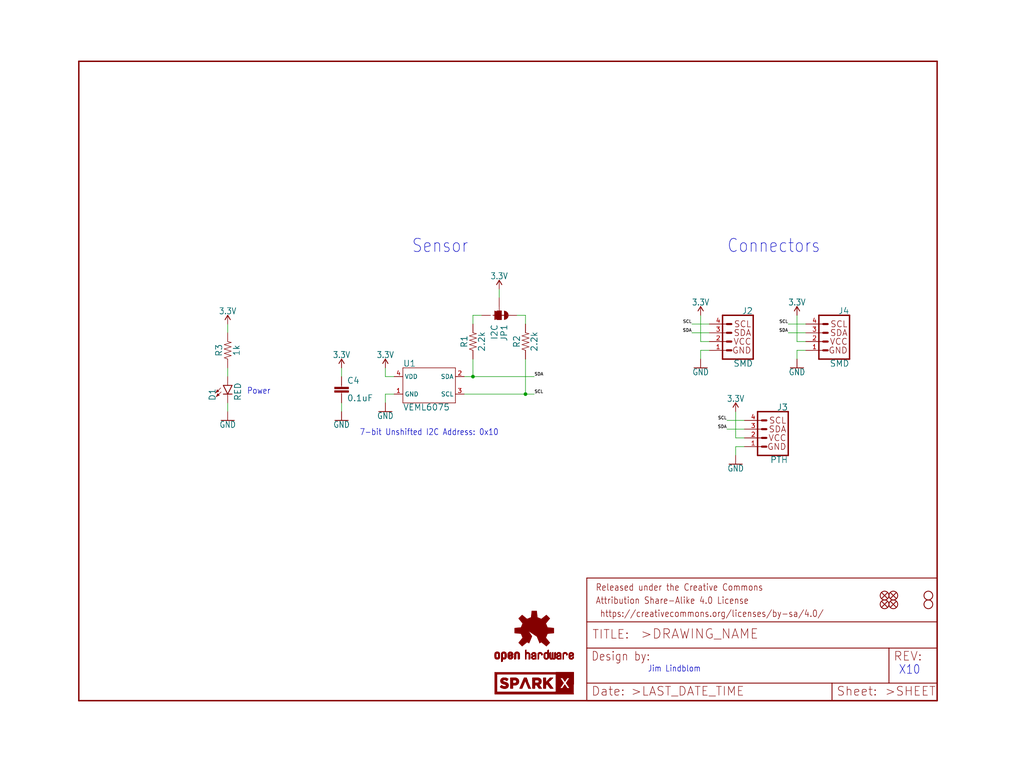
<source format=kicad_sch>
(kicad_sch (version 20211123) (generator eeschema)
  (paper "User" 297.002 223.926)
  (lib_symbols
    (symbol "eagleSchem-eagle-import:0.1UF-0603-25V-(+80{slash}-20%)"
      (property "Reference" "C" (at 1.524 2.921 0))
      (property "Value" "0.1UF-0603-25V-(+80{slash}-20%)" (at 1.524 -2.159 0))
      (symbol "0.1UF-0603-25V-(+80{slash}-20%)_1_0"
        (pin passive line (at 0 5.08 270) (length 2.54) (name "1") (number "1"))
        (pin passive line (at 0 -2.54 90) (length 2.54) (name "2") (number "2"))
      )
    )
    (symbol "eagleSchem-eagle-import:1KOHM-0603-1{slash}10W-1%"
      (property "Reference" "R" (at 0 1.524 0))
      (property "Value" "1KOHM-0603-1{slash}10W-1%" (at 0 -1.524 0))
      (symbol "1KOHM-0603-1{slash}10W-1%_1_0"
        (pin passive line (at -5.08 0 0) (length 2.54) (name "1") (number "1"))
        (pin passive line (at 5.08 0 180) (length 2.54) (name "2") (number "2"))
      )
    )
    (symbol "eagleSchem-eagle-import:2.2KOHM-0603-1{slash}10W-1%"
      (property "Reference" "R" (at 0 1.524 0))
      (property "Value" "2.2KOHM-0603-1{slash}10W-1%" (at 0 -1.524 0))
      (symbol "2.2KOHM-0603-1{slash}10W-1%_1_0"
        (pin passive line (at -5.08 0 0) (length 2.54) (name "1") (number "1"))
        (pin passive line (at 5.08 0 180) (length 2.54) (name "2") (number "2"))
      )
    )
    (symbol "eagleSchem-eagle-import:3.3V" (power)
      (property "Value" "3.3V" (at 0 2.794 0))
      (symbol "3.3V_1_0"
        (pin power_in line (at 0 0 90) (length 2.54) (name "3.3V") (number "1"))
      )
    )
    (symbol "eagleSchem-eagle-import:FIDUCIALUFIDUCIAL")
    (symbol "eagleSchem-eagle-import:FRAME-LETTER"
      (symbol "FRAME-LETTER_2_0"
        (text " https://creativecommons.org/licenses/by-sa/4.0/" (at 2.54 24.13 0) (effects (font (size 1.9304 1.6408)) (justify left bottom)))
        (text ">DRAWING_NAME" (at 15.494 17.78 0) (effects (font (size 2.7432 2.7432)) (justify left bottom)))
        (text ">LAST_DATE_TIME" (at 12.7 1.27 0) (effects (font (size 2.54 2.54)) (justify left bottom)))
        (text ">SHEET" (at 86.36 1.27 0) (effects (font (size 2.54 2.54)) (justify left bottom)))
        (text "Attribution Share-Alike 4.0 License" (at 2.54 27.94 0) (effects (font (size 1.9304 1.6408)) (justify left bottom)))
        (text "Date:" (at 1.27 1.27 0) (effects (font (size 2.54 2.54)) (justify left bottom)))
        (text "Design by:" (at 1.27 11.43 0) (effects (font (size 2.54 2.159)) (justify left bottom)))
        (text "Released under the Creative Commons" (at 2.54 31.75 0) (effects (font (size 1.9304 1.6408)) (justify left bottom)))
        (text "REV:" (at 88.9 11.43 0) (effects (font (size 2.54 2.54)) (justify left bottom)))
        (text "Sheet:" (at 72.39 1.27 0) (effects (font (size 2.54 2.54)) (justify left bottom)))
        (text "TITLE:" (at 1.524 17.78 0) (effects (font (size 2.54 2.54)) (justify left bottom)))
      )
    )
    (symbol "eagleSchem-eagle-import:GND" (power)
      (property "Value" "GND" (at 0 -0.254 0))
      (symbol "GND_1_0"
        (pin power_in line (at 0 2.54 270) (length 2.54) (name "GND") (number "1"))
      )
    )
    (symbol "eagleSchem-eagle-import:I2C_STANDARDJS-1MM"
      (property "Reference" "J" (at -5.08 7.874 0))
      (property "Value" "I2C_STANDARDJS-1MM" (at -5.08 -5.334 0))
      (symbol "I2C_STANDARDJS-1MM_1_0"
        (text "GND" (at -4.572 -2.54 0) (effects (font (size 1.778 1.778)) (justify left)))
        (text "SCL" (at -4.572 5.08 0) (effects (font (size 1.778 1.778)) (justify left)))
        (text "SDA" (at -4.572 2.54 0) (effects (font (size 1.778 1.778)) (justify left)))
        (text "VCC" (at -4.572 0 0) (effects (font (size 1.778 1.778)) (justify left)))
        (pin power_in line (at 7.62 -2.54 180) (length 5.08) (name "GND") (number "1"))
        (pin power_in line (at 7.62 0 180) (length 5.08) (name "VCC") (number "2"))
        (pin passive line (at 7.62 2.54 180) (length 5.08) (name "SDA") (number "3"))
        (pin passive line (at 7.62 5.08 180) (length 5.08) (name "SCL") (number "4"))
      )
    )
    (symbol "eagleSchem-eagle-import:I2C_STANDARD_NO_SILK"
      (property "Reference" "J" (at -5.08 7.874 0))
      (property "Value" "I2C_STANDARD_NO_SILK" (at -5.08 -5.334 0))
      (symbol "I2C_STANDARD_NO_SILK_1_0"
        (text "GND" (at -4.572 -2.54 0) (effects (font (size 1.778 1.778)) (justify left)))
        (text "SCL" (at -4.572 5.08 0) (effects (font (size 1.778 1.778)) (justify left)))
        (text "SDA" (at -4.572 2.54 0) (effects (font (size 1.778 1.778)) (justify left)))
        (text "VCC" (at -4.572 0 0) (effects (font (size 1.778 1.778)) (justify left)))
        (pin power_in line (at 7.62 -2.54 180) (length 5.08) (name "GND") (number "1"))
        (pin power_in line (at 7.62 0 180) (length 5.08) (name "VCC") (number "2"))
        (pin passive line (at 7.62 2.54 180) (length 5.08) (name "SDA") (number "3"))
        (pin passive line (at 7.62 5.08 180) (length 5.08) (name "SCL") (number "4"))
      )
    )
    (symbol "eagleSchem-eagle-import:JUMPER-SMT_3_2-NC_TRACE_SILK"
      (property "Reference" "JP" (at 2.54 0.381 0))
      (property "Value" "JUMPER-SMT_3_2-NC_TRACE_SILK" (at 2.54 -0.381 0))
      (symbol "JUMPER-SMT_3_2-NC_TRACE_SILK_1_0"
        (pin passive line (at 0 5.08 270) (length 2.54) (name "1") (number "1"))
        (pin passive line (at -5.08 0 0) (length 2.54) (name "2") (number "2"))
        (pin passive line (at 0 -5.08 90) (length 2.54) (name "3") (number "3"))
      )
    )
    (symbol "eagleSchem-eagle-import:LED-RED0603"
      (property "Reference" "D" (at -3.429 -4.572 90))
      (property "Value" "LED-RED0603" (at 1.905 -4.572 90))
      (symbol "LED-RED0603_1_0"
        (pin passive line (at 0 2.54 270) (length 2.54) (name "A") (number "A"))
        (pin passive line (at 0 -5.08 90) (length 2.54) (name "C") (number "C"))
      )
    )
    (symbol "eagleSchem-eagle-import:OSHW-LOGOMINI")
    (symbol "eagleSchem-eagle-import:SPARKX-LOGO4")
    (symbol "eagleSchem-eagle-import:STAND-OFF")
    (symbol "eagleSchem-eagle-import:VEML6075"
      (property "Reference" "U" (at -7.62 5.334 0))
      (property "Value" "VEML6075" (at -7.62 -5.334 0))
      (symbol "VEML6075_1_0"
        (pin bidirectional line (at -10.16 -2.54 0) (length 2.54) (name "GND") (number "1"))
        (pin bidirectional line (at 10.16 2.54 180) (length 2.54) (name "SDA") (number "2"))
        (pin bidirectional line (at 10.16 -2.54 180) (length 2.54) (name "SCL") (number "3"))
        (pin bidirectional line (at -10.16 2.54 0) (length 2.54) (name "VDD") (number "4"))
      )
    )
  )
  (junction (at 152.4 114.3))
  (junction (at 137.16 109.22))
  (wire (pts (xy 114.3 114.3) (xy 111.76 114.3)))
  (wire (pts (xy 213.36 127) (xy 213.36 119.38)))
  (wire (pts (xy 231.14 99.06) (xy 231.14 91.44)))
  (wire (pts (xy 215.9 124.46) (xy 210.82 124.46)))
  (wire (pts (xy 66.04 119.38) (xy 66.04 116.84)))
  (wire (pts (xy 231.14 101.6) (xy 231.14 104.14)))
  (wire (pts (xy 111.76 114.3) (xy 111.76 116.84)))
  (wire (pts (xy 205.74 101.6) (xy 203.2 101.6)))
  (wire (pts (xy 203.2 99.06) (xy 203.2 91.44)))
  (wire (pts (xy 233.68 101.6) (xy 231.14 101.6)))
  (wire (pts (xy 215.9 127) (xy 213.36 127)))
  (wire (pts (xy 215.9 129.54) (xy 213.36 129.54)))
  (wire (pts (xy 152.4 114.3) (xy 154.94 114.3)))
  (wire (pts (xy 152.4 114.3) (xy 152.4 104.14)))
  (wire (pts (xy 233.68 93.98) (xy 228.6 93.98)))
  (wire (pts (xy 137.16 109.22) (xy 154.94 109.22)))
  (wire (pts (xy 99.06 119.38) (xy 99.06 116.84)))
  (wire (pts (xy 149.86 91.44) (xy 152.4 91.44)))
  (wire (pts (xy 213.36 129.54) (xy 213.36 132.08)))
  (wire (pts (xy 111.76 109.22) (xy 111.76 106.68)))
  (wire (pts (xy 66.04 96.52) (xy 66.04 93.98)))
  (wire (pts (xy 205.74 99.06) (xy 203.2 99.06)))
  (wire (pts (xy 205.74 93.98) (xy 200.66 93.98)))
  (wire (pts (xy 215.9 121.92) (xy 210.82 121.92)))
  (wire (pts (xy 134.62 109.22) (xy 137.16 109.22)))
  (wire (pts (xy 114.3 109.22) (xy 111.76 109.22)))
  (wire (pts (xy 205.74 96.52) (xy 200.66 96.52)))
  (wire (pts (xy 144.78 86.36) (xy 144.78 83.82)))
  (wire (pts (xy 137.16 93.98) (xy 137.16 91.44)))
  (wire (pts (xy 134.62 114.3) (xy 152.4 114.3)))
  (wire (pts (xy 137.16 109.22) (xy 137.16 104.14)))
  (wire (pts (xy 152.4 91.44) (xy 152.4 93.98)))
  (wire (pts (xy 233.68 99.06) (xy 231.14 99.06)))
  (wire (pts (xy 66.04 109.22) (xy 66.04 106.68)))
  (wire (pts (xy 137.16 91.44) (xy 139.7 91.44)))
  (wire (pts (xy 99.06 109.22) (xy 99.06 106.68)))
  (wire (pts (xy 203.2 101.6) (xy 203.2 104.14)))
  (wire (pts (xy 233.68 96.52) (xy 228.6 96.52)))
  (text "X10" (at 260.604 195.834 180) (effects (font (size 2.54 2.159)) (justify left bottom)))
  (text "Sensor" (at 119.38 73.66 180) (effects (font (size 3.81 3.2385)) (justify left bottom)))
  (text "Jim Lindblom" (at 195.58 193.04 180) (effects (font (size 1.778 1.5113)) (justify top)))
  (text "Power" (at 71.628 114.554 180) (effects (font (size 1.778 1.5113)) (justify left bottom)))
  (text "Connectors" (at 210.82 73.66 180) (effects (font (size 3.81 3.2385)) (justify left bottom)))
  (text "7-bit Unshifted I2C Address: 0x10" (at 124.46 124.46 180) (effects (font (size 1.778 1.5113)) (justify top)))
  (label "SDA" (at 200.66 96.52 180) (effects (font (size 0.889 0.889))))
  (label "SDA" (at 154.94 109.22 0) (effects (font (size 0.889 0.889))))
  (label "SCL" (at 210.82 121.92 180) (effects (font (size 0.889 0.889))))
  (label "SCL" (at 154.94 114.3 0) (effects (font (size 0.889 0.889))))
  (label "SCL" (at 228.6 93.98 180) (effects (font (size 0.889 0.889))))
  (label "SDA" (at 210.82 124.46 180) (effects (font (size 0.889 0.889))))
  (label "SDA" (at 228.6 96.52 180) (effects (font (size 0.889 0.889))))
  (label "SCL" (at 200.66 93.98 180) (effects (font (size 0.889 0.889))))
  (symbol (lib_id "eagleSchem-eagle-import:SPARKX-LOGO4") (at 154.94 198.12 0) (unit 1)
    (property "Reference" "U$1" (effects hide))
    (property "Value" "SPARKX-LOGO4" (effects hide))
    (property "Footprint" "eagleSchem:SPARKX-MEDIUM" (effects hide))
  )
  (symbol (lib_id "eagleSchem-eagle-import:FIDUCIALUFIDUCIAL") (at 259.08 175.26 0) (unit 1)
    (property "Reference" "JP5" (effects hide))
    (property "Value" "FIDUCIALUFIDUCIAL" (effects hide))
    (property "Footprint" "eagleSchem:MICRO-FIDUCIAL" (effects hide))
  )
  (symbol (lib_id "eagleSchem-eagle-import:OSHW-LOGOMINI") (at 154.94 182.88 0) (unit 1)
    (property "Reference" "LOGO1" (effects hide))
    (property "Value" "OSHW-LOGOMINI" (effects hide))
    (property "Footprint" "eagleSchem:OSHW-LOGO-MINI" (effects hide))
  )
  (symbol (lib_id "eagleSchem-eagle-import:GND") (at 203.2 106.68 0) (unit 1)
    (property "Reference" "#GND6" (effects hide))
    (property "Value" "GND" (at 203.2 106.934 0) (effects (font (size 1.778 1.5113)) (justify top)))
    (property "Footprint" "eagleSchem:" (effects hide))
  )
  (symbol (lib_id "eagleSchem-eagle-import:STAND-OFF") (at 269.24 175.26 0) (unit 1)
    (property "Reference" "JP4" (effects hide))
    (property "Value" "STAND-OFF" (effects hide))
    (property "Footprint" "eagleSchem:STAND-OFF" (effects hide))
  )
  (symbol (lib_id "eagleSchem-eagle-import:VEML6075") (at 124.46 111.76 0) (unit 1)
    (property "Reference" "U1" (at 116.84 106.426 0) (effects (font (size 1.778 1.778)) (justify left bottom)))
    (property "Value" "VEML6075" (at 116.84 117.094 0) (effects (font (size 1.778 1.778)) (justify left top)))
    (property "Footprint" "eagleSchem:VEML6075_A3OP" (effects hide))
  )
  (symbol (lib_id "eagleSchem-eagle-import:GND") (at 99.06 121.92 0) (unit 1)
    (property "Reference" "#GND1" (effects hide))
    (property "Value" "GND" (at 99.06 122.174 0) (effects (font (size 1.778 1.5113)) (justify top)))
    (property "Footprint" "eagleSchem:" (effects hide))
  )
  (symbol (lib_id "eagleSchem-eagle-import:1KOHM-0603-1{slash}10W-1%") (at 66.04 101.6 90) (unit 1)
    (property "Reference" "R3" (at 64.516 101.6 0) (effects (font (size 1.778 1.778)) (justify bottom)))
    (property "Value" "1k" (at 67.564 101.6 0) (effects (font (size 1.778 1.778)) (justify top)))
    (property "Footprint" "eagleSchem:0603" (effects hide))
  )
  (symbol (lib_id "eagleSchem-eagle-import:GND") (at 111.76 119.38 0) (unit 1)
    (property "Reference" "#GND2" (effects hide))
    (property "Value" "GND" (at 111.76 119.634 0) (effects (font (size 1.778 1.5113)) (justify top)))
    (property "Footprint" "eagleSchem:" (effects hide))
  )
  (symbol (lib_id "eagleSchem-eagle-import:FIDUCIALUFIDUCIAL") (at 256.54 172.72 0) (unit 1)
    (property "Reference" "JP2" (effects hide))
    (property "Value" "FIDUCIALUFIDUCIAL" (effects hide))
    (property "Footprint" "eagleSchem:MICRO-FIDUCIAL" (effects hide))
  )
  (symbol (lib_id "eagleSchem-eagle-import:3.3V") (at 144.78 83.82 0) (unit 1)
    (property "Reference" "#SUPPLY2" (effects hide))
    (property "Value" "3.3V" (at 144.78 81.026 0) (effects (font (size 1.778 1.5113)) (justify bottom)))
    (property "Footprint" "eagleSchem:" (effects hide))
  )
  (symbol (lib_id "eagleSchem-eagle-import:2.2KOHM-0603-1{slash}10W-1%") (at 152.4 99.06 90) (unit 1)
    (property "Reference" "R2" (at 150.876 99.06 0) (effects (font (size 1.778 1.778)) (justify bottom)))
    (property "Value" "2.2k" (at 153.924 99.06 0) (effects (font (size 1.778 1.778)) (justify top)))
    (property "Footprint" "eagleSchem:0603" (effects hide))
  )
  (symbol (lib_id "eagleSchem-eagle-import:3.3V") (at 231.14 91.44 0) (unit 1)
    (property "Reference" "#SUPPLY8" (effects hide))
    (property "Value" "3.3V" (at 231.14 88.646 0) (effects (font (size 1.778 1.5113)) (justify bottom)))
    (property "Footprint" "eagleSchem:" (effects hide))
  )
  (symbol (lib_id "eagleSchem-eagle-import:GND") (at 213.36 134.62 0) (unit 1)
    (property "Reference" "#GND7" (effects hide))
    (property "Value" "GND" (at 213.36 134.874 0) (effects (font (size 1.778 1.5113)) (justify top)))
    (property "Footprint" "eagleSchem:" (effects hide))
  )
  (symbol (lib_id "eagleSchem-eagle-import:3.3V") (at 203.2 91.44 0) (unit 1)
    (property "Reference" "#SUPPLY4" (effects hide))
    (property "Value" "3.3V" (at 203.2 88.646 0) (effects (font (size 1.778 1.5113)) (justify bottom)))
    (property "Footprint" "eagleSchem:" (effects hide))
  )
  (symbol (lib_id "eagleSchem-eagle-import:I2C_STANDARDJS-1MM") (at 241.3 99.06 0) (mirror y) (unit 1)
    (property "Reference" "J4" (at 246.38 91.186 0) (effects (font (size 1.778 1.778)) (justify left bottom)))
    (property "Value" "SMD" (at 246.38 104.394 0) (effects (font (size 1.778 1.778)) (justify left top)))
    (property "Footprint" "eagleSchem:1X04_1MM_RA" (effects hide))
  )
  (symbol (lib_id "eagleSchem-eagle-import:SPARKX-LOGO4") (at 154.94 198.12 0) (unit 1)
    (property "Reference" "U$2" (effects hide))
    (property "Value" "SPARKX-LOGO4" (effects hide))
    (property "Footprint" "eagleSchem:SPARKX-MEDIUM" (effects hide))
  )
  (symbol (lib_id "eagleSchem-eagle-import:3.3V") (at 99.06 106.68 0) (unit 1)
    (property "Reference" "#SUPPLY9" (effects hide))
    (property "Value" "3.3V" (at 99.06 103.886 0) (effects (font (size 1.778 1.5113)) (justify bottom)))
    (property "Footprint" "eagleSchem:" (effects hide))
  )
  (symbol (lib_id "eagleSchem-eagle-import:I2C_STANDARDJS-1MM") (at 213.36 99.06 0) (mirror y) (unit 1)
    (property "Reference" "J2" (at 218.44 91.186 0) (effects (font (size 1.778 1.778)) (justify left bottom)))
    (property "Value" "SMD" (at 218.44 104.394 0) (effects (font (size 1.778 1.778)) (justify left top)))
    (property "Footprint" "eagleSchem:1X04_1MM_RA" (effects hide))
  )
  (symbol (lib_id "eagleSchem-eagle-import:FRAME-LETTER") (at 22.86 203.2 0) (unit 1)
    (property "Reference" "FRAME1" (effects hide))
    (property "Value" "FRAME-LETTER" (effects hide))
    (property "Footprint" "eagleSchem:CREATIVE_COMMONS" (effects hide))
  )
  (symbol (lib_id "eagleSchem-eagle-import:JUMPER-SMT_3_2-NC_TRACE_SILK") (at 144.78 91.44 270) (unit 1)
    (property "Reference" "JP1" (at 145.161 93.98 0) (effects (font (size 1.778 1.778)) (justify left bottom)))
    (property "Value" "I2C" (at 144.399 93.98 0) (effects (font (size 1.778 1.778)) (justify left top)))
    (property "Footprint" "eagleSchem:SMT-JUMPER_3_2-NC_TRACE_SILK" (effects hide))
  )
  (symbol (lib_id "eagleSchem-eagle-import:LED-RED0603") (at 66.04 111.76 0) (unit 1)
    (property "Reference" "D1" (at 62.611 116.332 90) (effects (font (size 1.778 1.778)) (justify left bottom)))
    (property "Value" "RED" (at 67.945 116.332 90) (effects (font (size 1.778 1.778)) (justify left top)))
    (property "Footprint" "eagleSchem:LED-0603" (effects hide))
  )
  (symbol (lib_id "eagleSchem-eagle-import:0.1UF-0603-25V-(+80{slash}-20%)") (at 99.06 114.3 0) (unit 1)
    (property "Reference" "C4" (at 100.584 111.379 0) (effects (font (size 1.778 1.778)) (justify left bottom)))
    (property "Value" "0.1uF" (at 100.584 116.459 0) (effects (font (size 1.778 1.778)) (justify left bottom)))
    (property "Footprint" "eagleSchem:0603" (effects hide))
  )
  (symbol (lib_id "eagleSchem-eagle-import:2.2KOHM-0603-1{slash}10W-1%") (at 137.16 99.06 90) (unit 1)
    (property "Reference" "R1" (at 135.636 99.06 0) (effects (font (size 1.778 1.778)) (justify bottom)))
    (property "Value" "2.2k" (at 138.684 99.06 0) (effects (font (size 1.778 1.778)) (justify top)))
    (property "Footprint" "eagleSchem:0603" (effects hide))
  )
  (symbol (lib_id "eagleSchem-eagle-import:STAND-OFF") (at 269.24 172.72 0) (unit 1)
    (property "Reference" "JP3" (effects hide))
    (property "Value" "STAND-OFF" (effects hide))
    (property "Footprint" "eagleSchem:STAND-OFF" (effects hide))
  )
  (symbol (lib_id "eagleSchem-eagle-import:GND") (at 231.14 106.68 0) (unit 1)
    (property "Reference" "#GND8" (effects hide))
    (property "Value" "GND" (at 231.14 106.934 0) (effects (font (size 1.778 1.5113)) (justify top)))
    (property "Footprint" "eagleSchem:" (effects hide))
  )
  (symbol (lib_id "eagleSchem-eagle-import:FIDUCIALUFIDUCIAL") (at 256.54 175.26 0) (unit 1)
    (property "Reference" "JP7" (effects hide))
    (property "Value" "FIDUCIALUFIDUCIAL" (effects hide))
    (property "Footprint" "eagleSchem:MICRO-FIDUCIAL" (effects hide))
  )
  (symbol (lib_id "eagleSchem-eagle-import:3.3V") (at 213.36 119.38 0) (unit 1)
    (property "Reference" "#SUPPLY7" (effects hide))
    (property "Value" "3.3V" (at 213.36 116.586 0) (effects (font (size 1.778 1.5113)) (justify bottom)))
    (property "Footprint" "eagleSchem:" (effects hide))
  )
  (symbol (lib_id "eagleSchem-eagle-import:3.3V") (at 66.04 93.98 0) (unit 1)
    (property "Reference" "#SUPPLY10" (effects hide))
    (property "Value" "3.3V" (at 66.04 91.186 0) (effects (font (size 1.778 1.5113)) (justify bottom)))
    (property "Footprint" "eagleSchem:" (effects hide))
  )
  (symbol (lib_id "eagleSchem-eagle-import:3.3V") (at 111.76 106.68 0) (unit 1)
    (property "Reference" "#SUPPLY1" (effects hide))
    (property "Value" "3.3V" (at 111.76 103.886 0) (effects (font (size 1.778 1.5113)) (justify bottom)))
    (property "Footprint" "eagleSchem:" (effects hide))
  )
  (symbol (lib_id "eagleSchem-eagle-import:FIDUCIALUFIDUCIAL") (at 259.08 172.72 0) (unit 1)
    (property "Reference" "JP6" (effects hide))
    (property "Value" "FIDUCIALUFIDUCIAL" (effects hide))
    (property "Footprint" "eagleSchem:MICRO-FIDUCIAL" (effects hide))
  )
  (symbol (lib_id "eagleSchem-eagle-import:I2C_STANDARD_NO_SILK") (at 223.52 127 0) (mirror y) (unit 1)
    (property "Reference" "J3" (at 228.6 119.126 0) (effects (font (size 1.778 1.778)) (justify left bottom)))
    (property "Value" "PTH" (at 228.6 132.334 0) (effects (font (size 1.778 1.778)) (justify left top)))
    (property "Footprint" "eagleSchem:1X04_NO_SILK" (effects hide))
  )
  (symbol (lib_id "eagleSchem-eagle-import:FRAME-LETTER") (at 170.18 203.2 0) (unit 2)
    (property "Reference" "FRAME1" (effects hide))
    (property "Value" "FRAME-LETTER" (effects hide))
    (property "Footprint" "eagleSchem:CREATIVE_COMMONS" (effects hide))
  )
  (symbol (lib_id "eagleSchem-eagle-import:GND") (at 66.04 121.92 0) (unit 1)
    (property "Reference" "#GND3" (effects hide))
    (property "Value" "GND" (at 66.04 122.174 0) (effects (font (size 1.778 1.5113)) (justify top)))
    (property "Footprint" "eagleSchem:" (effects hide))
  )
)
</source>
